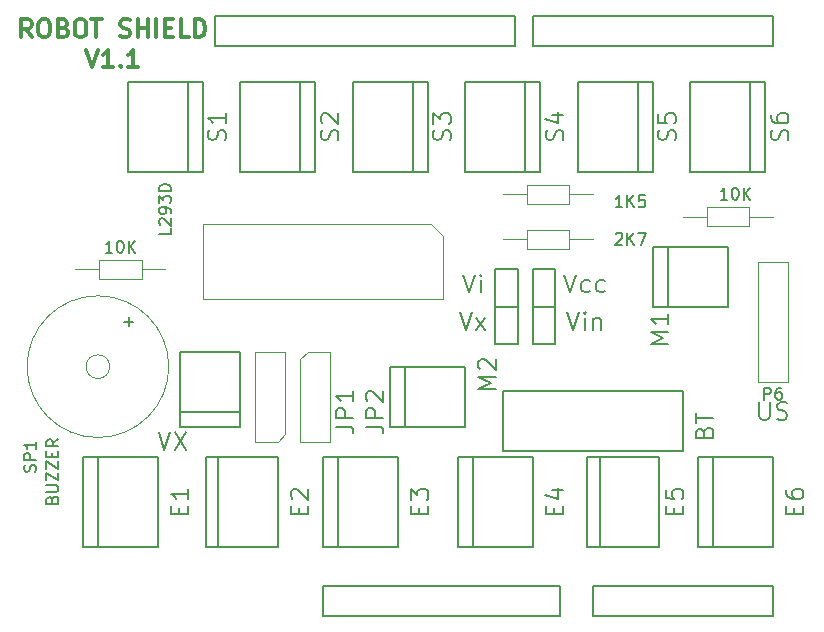
<source format=gbr>
G04 #@! TF.FileFunction,Other,Fab,Top*
%FSLAX46Y46*%
G04 Gerber Fmt 4.6, Leading zero omitted, Abs format (unit mm)*
G04 Created by KiCad (PCBNEW 4.0.4-stable) date 06/07/18 19:23:55*
%MOMM*%
%LPD*%
G01*
G04 APERTURE LIST*
%ADD10C,0.100000*%
%ADD11C,0.200000*%
%ADD12C,0.150000*%
%ADD13C,0.300000*%
G04 APERTURE END LIST*
D10*
D11*
X129540000Y-85090000D02*
X129540000Y-92710000D01*
X124460000Y-92710000D02*
X124460000Y-85090000D01*
X130810000Y-92710000D02*
X124460000Y-92710000D01*
X130810000Y-85090000D02*
X130810000Y-92710000D01*
X124460000Y-85090000D02*
X130810000Y-85090000D01*
X139065000Y-85090000D02*
X139065000Y-92710000D01*
X133985000Y-92710000D02*
X133985000Y-85090000D01*
X140335000Y-92710000D02*
X133985000Y-92710000D01*
X140335000Y-85090000D02*
X140335000Y-92710000D01*
X133985000Y-85090000D02*
X140335000Y-85090000D01*
X148590000Y-85090000D02*
X148590000Y-92710000D01*
X143510000Y-92710000D02*
X143510000Y-85090000D01*
X149860000Y-92710000D02*
X143510000Y-92710000D01*
X149860000Y-85090000D02*
X149860000Y-92710000D01*
X143510000Y-85090000D02*
X149860000Y-85090000D01*
X158115000Y-85090000D02*
X158115000Y-92710000D01*
X153035000Y-92710000D02*
X153035000Y-85090000D01*
X159385000Y-92710000D02*
X153035000Y-92710000D01*
X159385000Y-85090000D02*
X159385000Y-92710000D01*
X153035000Y-85090000D02*
X159385000Y-85090000D01*
X167640000Y-85090000D02*
X167640000Y-92710000D01*
X162560000Y-92710000D02*
X162560000Y-85090000D01*
X168910000Y-92710000D02*
X162560000Y-92710000D01*
X168910000Y-85090000D02*
X168910000Y-92710000D01*
X162560000Y-85090000D02*
X168910000Y-85090000D01*
X177165000Y-85090000D02*
X177165000Y-92710000D01*
X172085000Y-92710000D02*
X172085000Y-85090000D01*
X178435000Y-92710000D02*
X172085000Y-92710000D01*
X178435000Y-85090000D02*
X178435000Y-92710000D01*
X172085000Y-85090000D02*
X178435000Y-85090000D01*
D12*
X161409286Y-101413571D02*
X161909286Y-102913571D01*
X162409286Y-101413571D01*
X163552143Y-102842143D02*
X163409286Y-102913571D01*
X163123572Y-102913571D01*
X162980714Y-102842143D01*
X162909286Y-102770714D01*
X162837857Y-102627857D01*
X162837857Y-102199286D01*
X162909286Y-102056429D01*
X162980714Y-101985000D01*
X163123572Y-101913571D01*
X163409286Y-101913571D01*
X163552143Y-101985000D01*
X164837857Y-102842143D02*
X164695000Y-102913571D01*
X164409286Y-102913571D01*
X164266428Y-102842143D01*
X164195000Y-102770714D01*
X164123571Y-102627857D01*
X164123571Y-102199286D01*
X164195000Y-102056429D01*
X164266428Y-101985000D01*
X164409286Y-101913571D01*
X164695000Y-101913571D01*
X164837857Y-101985000D01*
X161659286Y-104588571D02*
X162159286Y-106088571D01*
X162659286Y-104588571D01*
X163159286Y-106088571D02*
X163159286Y-105088571D01*
X163159286Y-104588571D02*
X163087857Y-104660000D01*
X163159286Y-104731429D01*
X163230714Y-104660000D01*
X163159286Y-104588571D01*
X163159286Y-104731429D01*
X163873572Y-105088571D02*
X163873572Y-106088571D01*
X163873572Y-105231429D02*
X163945000Y-105160000D01*
X164087858Y-105088571D01*
X164302143Y-105088571D01*
X164445000Y-105160000D01*
X164516429Y-105302857D01*
X164516429Y-106088571D01*
X152812857Y-101413571D02*
X153312857Y-102913571D01*
X153812857Y-101413571D01*
X154312857Y-102913571D02*
X154312857Y-101913571D01*
X154312857Y-101413571D02*
X154241428Y-101485000D01*
X154312857Y-101556429D01*
X154384285Y-101485000D01*
X154312857Y-101413571D01*
X154312857Y-101556429D01*
X152562857Y-104588571D02*
X153062857Y-106088571D01*
X153562857Y-104588571D01*
X153920000Y-106088571D02*
X154705714Y-105088571D01*
X153920000Y-105088571D02*
X154705714Y-106088571D01*
D11*
X158750000Y-104140000D02*
X160655000Y-104140000D01*
X155575000Y-104140000D02*
X157480000Y-104140000D01*
X160655000Y-100965000D02*
X158750000Y-100965000D01*
X160655000Y-107315000D02*
X160655000Y-100965000D01*
X158750000Y-107315000D02*
X160655000Y-107315000D01*
X158750000Y-100965000D02*
X158750000Y-107315000D01*
X155575000Y-100965000D02*
X155575000Y-101600000D01*
X157480000Y-100965000D02*
X155575000Y-100965000D01*
X157480000Y-107315000D02*
X157480000Y-100965000D01*
X155575000Y-107315000D02*
X157480000Y-107315000D01*
X155575000Y-101600000D02*
X155575000Y-107315000D01*
X128905000Y-113030000D02*
X133985000Y-113030000D01*
X128905000Y-114300000D02*
X128905000Y-107950000D01*
X133985000Y-114300000D02*
X128905000Y-114300000D01*
X133985000Y-107950000D02*
X133985000Y-114300000D01*
X128905000Y-107950000D02*
X133985000Y-107950000D01*
X121920000Y-116840000D02*
X121920000Y-124460000D01*
X132080000Y-116840000D02*
X132080000Y-124460000D01*
X142240000Y-116840000D02*
X142240000Y-124460000D01*
X153670000Y-116840000D02*
X153670000Y-124460000D01*
X164465000Y-116840000D02*
X164465000Y-124460000D01*
X173990000Y-116840000D02*
X173990000Y-124460000D01*
X170180000Y-99060000D02*
X170180000Y-104140000D01*
X168910000Y-104140000D02*
X168910000Y-99060000D01*
X175260000Y-104140000D02*
X168910000Y-104140000D01*
X175260000Y-99060000D02*
X175260000Y-104140000D01*
X168910000Y-99060000D02*
X175260000Y-99060000D01*
X147955000Y-109220000D02*
X147955000Y-114300000D01*
X146685000Y-114300000D02*
X146685000Y-109220000D01*
X153035000Y-114300000D02*
X146685000Y-114300000D01*
X153035000Y-109220000D02*
X153035000Y-114300000D01*
X146685000Y-109220000D02*
X153035000Y-109220000D01*
X120650000Y-124460000D02*
X120650000Y-116840000D01*
X127000000Y-124460000D02*
X120650000Y-124460000D01*
X127000000Y-116840000D02*
X127000000Y-124460000D01*
X120650000Y-116840000D02*
X127000000Y-116840000D01*
X163830000Y-130302000D02*
X163830000Y-127762000D01*
X179070000Y-130302000D02*
X163830000Y-130302000D01*
X179070000Y-127762000D02*
X179070000Y-130302000D01*
X163830000Y-127762000D02*
X179070000Y-127762000D01*
X140970000Y-130302000D02*
X140970000Y-127762000D01*
X161036000Y-130302000D02*
X140970000Y-130302000D01*
X161036000Y-127762000D02*
X161036000Y-130302000D01*
X140970000Y-127762000D02*
X161036000Y-127762000D01*
X131064000Y-116840000D02*
X137160000Y-116840000D01*
X131064000Y-124460000D02*
X131064000Y-116840000D01*
X137160000Y-124460000D02*
X131064000Y-124460000D01*
X137160000Y-116840000D02*
X137160000Y-124460000D01*
X140970000Y-124460000D02*
X140970000Y-116840000D01*
X147320000Y-124460000D02*
X140970000Y-124460000D01*
X147320000Y-116840000D02*
X147320000Y-124460000D01*
X140970000Y-116840000D02*
X147320000Y-116840000D01*
X172720000Y-124460000D02*
X172720000Y-116840000D01*
X179070000Y-124460000D02*
X172720000Y-124460000D01*
X179070000Y-116840000D02*
X179070000Y-124460000D01*
X172720000Y-116840000D02*
X179070000Y-116840000D01*
X163322000Y-124460000D02*
X163322000Y-116840000D01*
X169418000Y-124460000D02*
X163322000Y-124460000D01*
X169418000Y-116840000D02*
X169418000Y-124460000D01*
X163322000Y-116840000D02*
X169418000Y-116840000D01*
X152400000Y-124460000D02*
X152400000Y-116840000D01*
X158750000Y-124460000D02*
X152400000Y-124460000D01*
X158750000Y-116840000D02*
X158750000Y-124460000D01*
X152400000Y-116840000D02*
X158750000Y-116840000D01*
X156210000Y-111252000D02*
X156464000Y-111252000D01*
X156210000Y-116332000D02*
X156210000Y-111252000D01*
X171450000Y-116332000D02*
X156210000Y-116332000D01*
X171450000Y-111252000D02*
X171450000Y-116332000D01*
X156464000Y-111252000D02*
X171450000Y-111252000D01*
X131826000Y-82042000D02*
X157226000Y-82042000D01*
X131826000Y-79502000D02*
X131826000Y-82042000D01*
X157226000Y-79502000D02*
X131826000Y-79502000D01*
X157226000Y-82042000D02*
X157226000Y-79502000D01*
X158750000Y-79502000D02*
X179070000Y-79502000D01*
X158750000Y-82042000D02*
X158750000Y-79502000D01*
X179070000Y-82042000D02*
X158750000Y-82042000D01*
X179070000Y-79502000D02*
X179070000Y-82042000D01*
D13*
X116297143Y-81318571D02*
X115797143Y-80604286D01*
X115440000Y-81318571D02*
X115440000Y-79818571D01*
X116011428Y-79818571D01*
X116154286Y-79890000D01*
X116225714Y-79961429D01*
X116297143Y-80104286D01*
X116297143Y-80318571D01*
X116225714Y-80461429D01*
X116154286Y-80532857D01*
X116011428Y-80604286D01*
X115440000Y-80604286D01*
X117225714Y-79818571D02*
X117511428Y-79818571D01*
X117654286Y-79890000D01*
X117797143Y-80032857D01*
X117868571Y-80318571D01*
X117868571Y-80818571D01*
X117797143Y-81104286D01*
X117654286Y-81247143D01*
X117511428Y-81318571D01*
X117225714Y-81318571D01*
X117082857Y-81247143D01*
X116940000Y-81104286D01*
X116868571Y-80818571D01*
X116868571Y-80318571D01*
X116940000Y-80032857D01*
X117082857Y-79890000D01*
X117225714Y-79818571D01*
X119011429Y-80532857D02*
X119225715Y-80604286D01*
X119297143Y-80675714D01*
X119368572Y-80818571D01*
X119368572Y-81032857D01*
X119297143Y-81175714D01*
X119225715Y-81247143D01*
X119082857Y-81318571D01*
X118511429Y-81318571D01*
X118511429Y-79818571D01*
X119011429Y-79818571D01*
X119154286Y-79890000D01*
X119225715Y-79961429D01*
X119297143Y-80104286D01*
X119297143Y-80247143D01*
X119225715Y-80390000D01*
X119154286Y-80461429D01*
X119011429Y-80532857D01*
X118511429Y-80532857D01*
X120297143Y-79818571D02*
X120582857Y-79818571D01*
X120725715Y-79890000D01*
X120868572Y-80032857D01*
X120940000Y-80318571D01*
X120940000Y-80818571D01*
X120868572Y-81104286D01*
X120725715Y-81247143D01*
X120582857Y-81318571D01*
X120297143Y-81318571D01*
X120154286Y-81247143D01*
X120011429Y-81104286D01*
X119940000Y-80818571D01*
X119940000Y-80318571D01*
X120011429Y-80032857D01*
X120154286Y-79890000D01*
X120297143Y-79818571D01*
X121368572Y-79818571D02*
X122225715Y-79818571D01*
X121797144Y-81318571D02*
X121797144Y-79818571D01*
X123797143Y-81247143D02*
X124011429Y-81318571D01*
X124368572Y-81318571D01*
X124511429Y-81247143D01*
X124582858Y-81175714D01*
X124654286Y-81032857D01*
X124654286Y-80890000D01*
X124582858Y-80747143D01*
X124511429Y-80675714D01*
X124368572Y-80604286D01*
X124082858Y-80532857D01*
X123940000Y-80461429D01*
X123868572Y-80390000D01*
X123797143Y-80247143D01*
X123797143Y-80104286D01*
X123868572Y-79961429D01*
X123940000Y-79890000D01*
X124082858Y-79818571D01*
X124440000Y-79818571D01*
X124654286Y-79890000D01*
X125297143Y-81318571D02*
X125297143Y-79818571D01*
X125297143Y-80532857D02*
X126154286Y-80532857D01*
X126154286Y-81318571D02*
X126154286Y-79818571D01*
X126868572Y-81318571D02*
X126868572Y-79818571D01*
X127582858Y-80532857D02*
X128082858Y-80532857D01*
X128297144Y-81318571D02*
X127582858Y-81318571D01*
X127582858Y-79818571D01*
X128297144Y-79818571D01*
X129654287Y-81318571D02*
X128940001Y-81318571D01*
X128940001Y-79818571D01*
X130154287Y-81318571D02*
X130154287Y-79818571D01*
X130511430Y-79818571D01*
X130725715Y-79890000D01*
X130868573Y-80032857D01*
X130940001Y-80175714D01*
X131011430Y-80461429D01*
X131011430Y-80675714D01*
X130940001Y-80961429D01*
X130868573Y-81104286D01*
X130725715Y-81247143D01*
X130511430Y-81318571D01*
X130154287Y-81318571D01*
X120904286Y-82368571D02*
X121404286Y-83868571D01*
X121904286Y-82368571D01*
X123190000Y-83868571D02*
X122332857Y-83868571D01*
X122761429Y-83868571D02*
X122761429Y-82368571D01*
X122618572Y-82582857D01*
X122475714Y-82725714D01*
X122332857Y-82797143D01*
X123832857Y-83725714D02*
X123904285Y-83797143D01*
X123832857Y-83868571D01*
X123761428Y-83797143D01*
X123832857Y-83725714D01*
X123832857Y-83868571D01*
X125332857Y-83868571D02*
X124475714Y-83868571D01*
X124904286Y-83868571D02*
X124904286Y-82368571D01*
X124761429Y-82582857D01*
X124618571Y-82725714D01*
X124475714Y-82797143D01*
D10*
X151130000Y-98155000D02*
X151130000Y-103505000D01*
X151130000Y-103505000D02*
X130810000Y-103505000D01*
X130810000Y-103505000D02*
X130810000Y-97155000D01*
X130810000Y-97155000D02*
X150130000Y-97155000D01*
X150130000Y-97155000D02*
X151130000Y-98155000D01*
X127920000Y-109210000D02*
G75*
G03X127920000Y-109210000I-6000000J0D01*
G01*
X122920000Y-109210000D02*
G75*
G03X122920000Y-109210000I-1000000J0D01*
G01*
X180340000Y-110490000D02*
X180340000Y-100330000D01*
X180340000Y-100330000D02*
X177800000Y-100330000D01*
X177800000Y-100330000D02*
X177800000Y-110490000D01*
X177800000Y-110490000D02*
X180340000Y-110490000D01*
X158220000Y-97625000D02*
X158220000Y-99225000D01*
X158220000Y-99225000D02*
X161820000Y-99225000D01*
X161820000Y-99225000D02*
X161820000Y-97625000D01*
X161820000Y-97625000D02*
X158220000Y-97625000D01*
X156210000Y-98425000D02*
X158220000Y-98425000D01*
X163830000Y-98425000D02*
X161820000Y-98425000D01*
X161820000Y-95415000D02*
X161820000Y-93815000D01*
X161820000Y-93815000D02*
X158220000Y-93815000D01*
X158220000Y-93815000D02*
X158220000Y-95415000D01*
X158220000Y-95415000D02*
X161820000Y-95415000D01*
X163830000Y-94615000D02*
X161820000Y-94615000D01*
X156210000Y-94615000D02*
X158220000Y-94615000D01*
X173460000Y-95720000D02*
X173460000Y-97320000D01*
X173460000Y-97320000D02*
X177060000Y-97320000D01*
X177060000Y-97320000D02*
X177060000Y-95720000D01*
X177060000Y-95720000D02*
X173460000Y-95720000D01*
X171450000Y-96520000D02*
X173460000Y-96520000D01*
X179070000Y-96520000D02*
X177060000Y-96520000D01*
X125625000Y-101765000D02*
X125625000Y-100165000D01*
X125625000Y-100165000D02*
X122025000Y-100165000D01*
X122025000Y-100165000D02*
X122025000Y-101765000D01*
X122025000Y-101765000D02*
X125625000Y-101765000D01*
X127635000Y-100965000D02*
X125625000Y-100965000D01*
X120015000Y-100965000D02*
X122025000Y-100965000D01*
X139700000Y-107950000D02*
X141605000Y-107950000D01*
X141605000Y-107950000D02*
X141605000Y-115570000D01*
X141605000Y-115570000D02*
X139065000Y-115570000D01*
X139065000Y-115570000D02*
X139065000Y-108585000D01*
X139065000Y-108585000D02*
X139700000Y-107950000D01*
X137160000Y-115570000D02*
X135255000Y-115570000D01*
X135255000Y-115570000D02*
X135255000Y-107950000D01*
X135255000Y-107950000D02*
X137795000Y-107950000D01*
X137795000Y-107950000D02*
X137795000Y-114935000D01*
X137795000Y-114935000D02*
X137160000Y-115570000D01*
D12*
X170223571Y-107259285D02*
X168723571Y-107259285D01*
X169795000Y-106759285D01*
X168723571Y-106259285D01*
X170223571Y-106259285D01*
X170223571Y-104759285D02*
X170223571Y-105616428D01*
X170223571Y-105187856D02*
X168723571Y-105187856D01*
X168937857Y-105330713D01*
X169080714Y-105473571D01*
X169152143Y-105616428D01*
X155618571Y-111069285D02*
X154118571Y-111069285D01*
X155190000Y-110569285D01*
X154118571Y-110069285D01*
X155618571Y-110069285D01*
X154261429Y-109426428D02*
X154190000Y-109354999D01*
X154118571Y-109212142D01*
X154118571Y-108854999D01*
X154190000Y-108712142D01*
X154261429Y-108640713D01*
X154404286Y-108569285D01*
X154547143Y-108569285D01*
X154761429Y-108640713D01*
X155618571Y-109497856D01*
X155618571Y-108569285D01*
X128087381Y-97504047D02*
X128087381Y-97980238D01*
X127087381Y-97980238D01*
X127182619Y-97218333D02*
X127135000Y-97170714D01*
X127087381Y-97075476D01*
X127087381Y-96837380D01*
X127135000Y-96742142D01*
X127182619Y-96694523D01*
X127277857Y-96646904D01*
X127373095Y-96646904D01*
X127515952Y-96694523D01*
X128087381Y-97265952D01*
X128087381Y-96646904D01*
X128087381Y-96170714D02*
X128087381Y-95980238D01*
X128039762Y-95884999D01*
X127992143Y-95837380D01*
X127849286Y-95742142D01*
X127658810Y-95694523D01*
X127277857Y-95694523D01*
X127182619Y-95742142D01*
X127135000Y-95789761D01*
X127087381Y-95884999D01*
X127087381Y-96075476D01*
X127135000Y-96170714D01*
X127182619Y-96218333D01*
X127277857Y-96265952D01*
X127515952Y-96265952D01*
X127611190Y-96218333D01*
X127658810Y-96170714D01*
X127706429Y-96075476D01*
X127706429Y-95884999D01*
X127658810Y-95789761D01*
X127611190Y-95742142D01*
X127515952Y-95694523D01*
X127087381Y-95361190D02*
X127087381Y-94742142D01*
X127468333Y-95075476D01*
X127468333Y-94932618D01*
X127515952Y-94837380D01*
X127563571Y-94789761D01*
X127658810Y-94742142D01*
X127896905Y-94742142D01*
X127992143Y-94789761D01*
X128039762Y-94837380D01*
X128087381Y-94932618D01*
X128087381Y-95218333D01*
X128039762Y-95313571D01*
X127992143Y-95361190D01*
X128087381Y-94313571D02*
X127087381Y-94313571D01*
X127087381Y-94075476D01*
X127135000Y-93932618D01*
X127230238Y-93837380D01*
X127325476Y-93789761D01*
X127515952Y-93742142D01*
X127658810Y-93742142D01*
X127849286Y-93789761D01*
X127944524Y-93837380D01*
X128039762Y-93932618D01*
X128087381Y-94075476D01*
X128087381Y-94313571D01*
X118038571Y-120467142D02*
X118086190Y-120324285D01*
X118133810Y-120276666D01*
X118229048Y-120229047D01*
X118371905Y-120229047D01*
X118467143Y-120276666D01*
X118514762Y-120324285D01*
X118562381Y-120419523D01*
X118562381Y-120800476D01*
X117562381Y-120800476D01*
X117562381Y-120467142D01*
X117610000Y-120371904D01*
X117657619Y-120324285D01*
X117752857Y-120276666D01*
X117848095Y-120276666D01*
X117943333Y-120324285D01*
X117990952Y-120371904D01*
X118038571Y-120467142D01*
X118038571Y-120800476D01*
X117562381Y-119800476D02*
X118371905Y-119800476D01*
X118467143Y-119752857D01*
X118514762Y-119705238D01*
X118562381Y-119610000D01*
X118562381Y-119419523D01*
X118514762Y-119324285D01*
X118467143Y-119276666D01*
X118371905Y-119229047D01*
X117562381Y-119229047D01*
X117562381Y-118848095D02*
X117562381Y-118181428D01*
X118562381Y-118848095D01*
X118562381Y-118181428D01*
X117562381Y-117895714D02*
X117562381Y-117229047D01*
X118562381Y-117895714D01*
X118562381Y-117229047D01*
X118038571Y-116848095D02*
X118038571Y-116514761D01*
X118562381Y-116371904D02*
X118562381Y-116848095D01*
X117562381Y-116848095D01*
X117562381Y-116371904D01*
X118562381Y-115371904D02*
X118086190Y-115705238D01*
X118562381Y-115943333D02*
X117562381Y-115943333D01*
X117562381Y-115562380D01*
X117610000Y-115467142D01*
X117657619Y-115419523D01*
X117752857Y-115371904D01*
X117895714Y-115371904D01*
X117990952Y-115419523D01*
X118038571Y-115467142D01*
X118086190Y-115562380D01*
X118086190Y-115943333D01*
X124531429Y-105780952D02*
X124531429Y-105019047D01*
X124912381Y-105399999D02*
X124150476Y-105399999D01*
X116609762Y-118101905D02*
X116657381Y-117959048D01*
X116657381Y-117720952D01*
X116609762Y-117625714D01*
X116562143Y-117578095D01*
X116466905Y-117530476D01*
X116371667Y-117530476D01*
X116276429Y-117578095D01*
X116228810Y-117625714D01*
X116181190Y-117720952D01*
X116133571Y-117911429D01*
X116085952Y-118006667D01*
X116038333Y-118054286D01*
X115943095Y-118101905D01*
X115847857Y-118101905D01*
X115752619Y-118054286D01*
X115705000Y-118006667D01*
X115657381Y-117911429D01*
X115657381Y-117673333D01*
X115705000Y-117530476D01*
X116657381Y-117101905D02*
X115657381Y-117101905D01*
X115657381Y-116720952D01*
X115705000Y-116625714D01*
X115752619Y-116578095D01*
X115847857Y-116530476D01*
X115990714Y-116530476D01*
X116085952Y-116578095D01*
X116133571Y-116625714D01*
X116181190Y-116720952D01*
X116181190Y-117101905D01*
X116657381Y-115578095D02*
X116657381Y-116149524D01*
X116657381Y-115863810D02*
X115657381Y-115863810D01*
X115800238Y-115959048D01*
X115895476Y-116054286D01*
X115943095Y-116149524D01*
X177927143Y-112208571D02*
X177927143Y-113422857D01*
X177998571Y-113565714D01*
X178070000Y-113637143D01*
X178212857Y-113708571D01*
X178498571Y-113708571D01*
X178641429Y-113637143D01*
X178712857Y-113565714D01*
X178784286Y-113422857D01*
X178784286Y-112208571D01*
X179427143Y-113637143D02*
X179641429Y-113708571D01*
X179998572Y-113708571D01*
X180141429Y-113637143D01*
X180212858Y-113565714D01*
X180284286Y-113422857D01*
X180284286Y-113280000D01*
X180212858Y-113137143D01*
X180141429Y-113065714D01*
X179998572Y-112994286D01*
X179712858Y-112922857D01*
X179570000Y-112851429D01*
X179498572Y-112780000D01*
X179427143Y-112637143D01*
X179427143Y-112494286D01*
X179498572Y-112351429D01*
X179570000Y-112280000D01*
X179712858Y-112208571D01*
X180070000Y-112208571D01*
X180284286Y-112280000D01*
X178331905Y-112002381D02*
X178331905Y-111002381D01*
X178712858Y-111002381D01*
X178808096Y-111050000D01*
X178855715Y-111097619D01*
X178903334Y-111192857D01*
X178903334Y-111335714D01*
X178855715Y-111430952D01*
X178808096Y-111478571D01*
X178712858Y-111526190D01*
X178331905Y-111526190D01*
X179760477Y-111002381D02*
X179570000Y-111002381D01*
X179474762Y-111050000D01*
X179427143Y-111097619D01*
X179331905Y-111240476D01*
X179284286Y-111430952D01*
X179284286Y-111811905D01*
X179331905Y-111907143D01*
X179379524Y-111954762D01*
X179474762Y-112002381D01*
X179665239Y-112002381D01*
X179760477Y-111954762D01*
X179808096Y-111907143D01*
X179855715Y-111811905D01*
X179855715Y-111573810D01*
X179808096Y-111478571D01*
X179760477Y-111430952D01*
X179665239Y-111383333D01*
X179474762Y-111383333D01*
X179379524Y-111430952D01*
X179331905Y-111478571D01*
X179284286Y-111573810D01*
X173247857Y-114764285D02*
X173319286Y-114549999D01*
X173390714Y-114478571D01*
X173533571Y-114407142D01*
X173747857Y-114407142D01*
X173890714Y-114478571D01*
X173962143Y-114549999D01*
X174033571Y-114692857D01*
X174033571Y-115264285D01*
X172533571Y-115264285D01*
X172533571Y-114764285D01*
X172605000Y-114621428D01*
X172676429Y-114549999D01*
X172819286Y-114478571D01*
X172962143Y-114478571D01*
X173105000Y-114549999D01*
X173176429Y-114621428D01*
X173247857Y-114764285D01*
X173247857Y-115264285D01*
X172533571Y-113978571D02*
X172533571Y-113121428D01*
X174033571Y-113549999D02*
X172533571Y-113549999D01*
X165743095Y-97972619D02*
X165790714Y-97925000D01*
X165885952Y-97877381D01*
X166124048Y-97877381D01*
X166219286Y-97925000D01*
X166266905Y-97972619D01*
X166314524Y-98067857D01*
X166314524Y-98163095D01*
X166266905Y-98305952D01*
X165695476Y-98877381D01*
X166314524Y-98877381D01*
X166743095Y-98877381D02*
X166743095Y-97877381D01*
X167314524Y-98877381D02*
X166885952Y-98305952D01*
X167314524Y-97877381D02*
X166743095Y-98448810D01*
X167647857Y-97877381D02*
X168314524Y-97877381D01*
X167885952Y-98877381D01*
X166314524Y-95702381D02*
X165743095Y-95702381D01*
X166028809Y-95702381D02*
X166028809Y-94702381D01*
X165933571Y-94845238D01*
X165838333Y-94940476D01*
X165743095Y-94988095D01*
X166743095Y-95702381D02*
X166743095Y-94702381D01*
X167314524Y-95702381D02*
X166885952Y-95130952D01*
X167314524Y-94702381D02*
X166743095Y-95273810D01*
X168219286Y-94702381D02*
X167743095Y-94702381D01*
X167695476Y-95178571D01*
X167743095Y-95130952D01*
X167838333Y-95083333D01*
X168076429Y-95083333D01*
X168171667Y-95130952D01*
X168219286Y-95178571D01*
X168266905Y-95273810D01*
X168266905Y-95511905D01*
X168219286Y-95607143D01*
X168171667Y-95654762D01*
X168076429Y-95702381D01*
X167838333Y-95702381D01*
X167743095Y-95654762D01*
X167695476Y-95607143D01*
X128797857Y-121685714D02*
X128797857Y-121185714D01*
X129583571Y-120971428D02*
X129583571Y-121685714D01*
X128083571Y-121685714D01*
X128083571Y-120971428D01*
X129583571Y-119542857D02*
X129583571Y-120400000D01*
X129583571Y-119971428D02*
X128083571Y-119971428D01*
X128297857Y-120114285D01*
X128440714Y-120257143D01*
X128512143Y-120400000D01*
X138957857Y-121685714D02*
X138957857Y-121185714D01*
X139743571Y-120971428D02*
X139743571Y-121685714D01*
X138243571Y-121685714D01*
X138243571Y-120971428D01*
X138386429Y-120400000D02*
X138315000Y-120328571D01*
X138243571Y-120185714D01*
X138243571Y-119828571D01*
X138315000Y-119685714D01*
X138386429Y-119614285D01*
X138529286Y-119542857D01*
X138672143Y-119542857D01*
X138886429Y-119614285D01*
X139743571Y-120471428D01*
X139743571Y-119542857D01*
X149117857Y-121685714D02*
X149117857Y-121185714D01*
X149903571Y-120971428D02*
X149903571Y-121685714D01*
X148403571Y-121685714D01*
X148403571Y-120971428D01*
X148403571Y-120471428D02*
X148403571Y-119542857D01*
X148975000Y-120042857D01*
X148975000Y-119828571D01*
X149046429Y-119685714D01*
X149117857Y-119614285D01*
X149260714Y-119542857D01*
X149617857Y-119542857D01*
X149760714Y-119614285D01*
X149832143Y-119685714D01*
X149903571Y-119828571D01*
X149903571Y-120257143D01*
X149832143Y-120400000D01*
X149760714Y-120471428D01*
X160547857Y-121685714D02*
X160547857Y-121185714D01*
X161333571Y-120971428D02*
X161333571Y-121685714D01*
X159833571Y-121685714D01*
X159833571Y-120971428D01*
X160333571Y-119685714D02*
X161333571Y-119685714D01*
X159762143Y-120042857D02*
X160833571Y-120400000D01*
X160833571Y-119471428D01*
X170707857Y-121685714D02*
X170707857Y-121185714D01*
X171493571Y-120971428D02*
X171493571Y-121685714D01*
X169993571Y-121685714D01*
X169993571Y-120971428D01*
X169993571Y-119614285D02*
X169993571Y-120328571D01*
X170707857Y-120400000D01*
X170636429Y-120328571D01*
X170565000Y-120185714D01*
X170565000Y-119828571D01*
X170636429Y-119685714D01*
X170707857Y-119614285D01*
X170850714Y-119542857D01*
X171207857Y-119542857D01*
X171350714Y-119614285D01*
X171422143Y-119685714D01*
X171493571Y-119828571D01*
X171493571Y-120185714D01*
X171422143Y-120328571D01*
X171350714Y-120400000D01*
X180867857Y-121685714D02*
X180867857Y-121185714D01*
X181653571Y-120971428D02*
X181653571Y-121685714D01*
X180153571Y-121685714D01*
X180153571Y-120971428D01*
X180153571Y-119685714D02*
X180153571Y-119971428D01*
X180225000Y-120114285D01*
X180296429Y-120185714D01*
X180510714Y-120328571D01*
X180796429Y-120400000D01*
X181367857Y-120400000D01*
X181510714Y-120328571D01*
X181582143Y-120257143D01*
X181653571Y-120114285D01*
X181653571Y-119828571D01*
X181582143Y-119685714D01*
X181510714Y-119614285D01*
X181367857Y-119542857D01*
X181010714Y-119542857D01*
X180867857Y-119614285D01*
X180796429Y-119685714D01*
X180725000Y-119828571D01*
X180725000Y-120114285D01*
X180796429Y-120257143D01*
X180867857Y-120328571D01*
X181010714Y-120400000D01*
X175204524Y-95067381D02*
X174633095Y-95067381D01*
X174918809Y-95067381D02*
X174918809Y-94067381D01*
X174823571Y-94210238D01*
X174728333Y-94305476D01*
X174633095Y-94353095D01*
X175823571Y-94067381D02*
X175918810Y-94067381D01*
X176014048Y-94115000D01*
X176061667Y-94162619D01*
X176109286Y-94257857D01*
X176156905Y-94448333D01*
X176156905Y-94686429D01*
X176109286Y-94876905D01*
X176061667Y-94972143D01*
X176014048Y-95019762D01*
X175918810Y-95067381D01*
X175823571Y-95067381D01*
X175728333Y-95019762D01*
X175680714Y-94972143D01*
X175633095Y-94876905D01*
X175585476Y-94686429D01*
X175585476Y-94448333D01*
X175633095Y-94257857D01*
X175680714Y-94162619D01*
X175728333Y-94115000D01*
X175823571Y-94067381D01*
X176585476Y-95067381D02*
X176585476Y-94067381D01*
X177156905Y-95067381D02*
X176728333Y-94495952D01*
X177156905Y-94067381D02*
X176585476Y-94638810D01*
X123134524Y-99557381D02*
X122563095Y-99557381D01*
X122848809Y-99557381D02*
X122848809Y-98557381D01*
X122753571Y-98700238D01*
X122658333Y-98795476D01*
X122563095Y-98843095D01*
X123753571Y-98557381D02*
X123848810Y-98557381D01*
X123944048Y-98605000D01*
X123991667Y-98652619D01*
X124039286Y-98747857D01*
X124086905Y-98938333D01*
X124086905Y-99176429D01*
X124039286Y-99366905D01*
X123991667Y-99462143D01*
X123944048Y-99509762D01*
X123848810Y-99557381D01*
X123753571Y-99557381D01*
X123658333Y-99509762D01*
X123610714Y-99462143D01*
X123563095Y-99366905D01*
X123515476Y-99176429D01*
X123515476Y-98938333D01*
X123563095Y-98747857D01*
X123610714Y-98652619D01*
X123658333Y-98605000D01*
X123753571Y-98557381D01*
X124515476Y-99557381D02*
X124515476Y-98557381D01*
X125086905Y-99557381D02*
X124658333Y-98985952D01*
X125086905Y-98557381D02*
X124515476Y-99128810D01*
X161262143Y-90042857D02*
X161333571Y-89828571D01*
X161333571Y-89471428D01*
X161262143Y-89328571D01*
X161190714Y-89257142D01*
X161047857Y-89185714D01*
X160905000Y-89185714D01*
X160762143Y-89257142D01*
X160690714Y-89328571D01*
X160619286Y-89471428D01*
X160547857Y-89757142D01*
X160476429Y-89900000D01*
X160405000Y-89971428D01*
X160262143Y-90042857D01*
X160119286Y-90042857D01*
X159976429Y-89971428D01*
X159905000Y-89900000D01*
X159833571Y-89757142D01*
X159833571Y-89400000D01*
X159905000Y-89185714D01*
X160333571Y-87900000D02*
X161333571Y-87900000D01*
X159762143Y-88257143D02*
X160833571Y-88614286D01*
X160833571Y-87685714D01*
X151737143Y-90042857D02*
X151808571Y-89828571D01*
X151808571Y-89471428D01*
X151737143Y-89328571D01*
X151665714Y-89257142D01*
X151522857Y-89185714D01*
X151380000Y-89185714D01*
X151237143Y-89257142D01*
X151165714Y-89328571D01*
X151094286Y-89471428D01*
X151022857Y-89757142D01*
X150951429Y-89900000D01*
X150880000Y-89971428D01*
X150737143Y-90042857D01*
X150594286Y-90042857D01*
X150451429Y-89971428D01*
X150380000Y-89900000D01*
X150308571Y-89757142D01*
X150308571Y-89400000D01*
X150380000Y-89185714D01*
X150308571Y-88685714D02*
X150308571Y-87757143D01*
X150880000Y-88257143D01*
X150880000Y-88042857D01*
X150951429Y-87900000D01*
X151022857Y-87828571D01*
X151165714Y-87757143D01*
X151522857Y-87757143D01*
X151665714Y-87828571D01*
X151737143Y-87900000D01*
X151808571Y-88042857D01*
X151808571Y-88471429D01*
X151737143Y-88614286D01*
X151665714Y-88685714D01*
X142212143Y-90042857D02*
X142283571Y-89828571D01*
X142283571Y-89471428D01*
X142212143Y-89328571D01*
X142140714Y-89257142D01*
X141997857Y-89185714D01*
X141855000Y-89185714D01*
X141712143Y-89257142D01*
X141640714Y-89328571D01*
X141569286Y-89471428D01*
X141497857Y-89757142D01*
X141426429Y-89900000D01*
X141355000Y-89971428D01*
X141212143Y-90042857D01*
X141069286Y-90042857D01*
X140926429Y-89971428D01*
X140855000Y-89900000D01*
X140783571Y-89757142D01*
X140783571Y-89400000D01*
X140855000Y-89185714D01*
X140926429Y-88614286D02*
X140855000Y-88542857D01*
X140783571Y-88400000D01*
X140783571Y-88042857D01*
X140855000Y-87900000D01*
X140926429Y-87828571D01*
X141069286Y-87757143D01*
X141212143Y-87757143D01*
X141426429Y-87828571D01*
X142283571Y-88685714D01*
X142283571Y-87757143D01*
X132687143Y-90042857D02*
X132758571Y-89828571D01*
X132758571Y-89471428D01*
X132687143Y-89328571D01*
X132615714Y-89257142D01*
X132472857Y-89185714D01*
X132330000Y-89185714D01*
X132187143Y-89257142D01*
X132115714Y-89328571D01*
X132044286Y-89471428D01*
X131972857Y-89757142D01*
X131901429Y-89900000D01*
X131830000Y-89971428D01*
X131687143Y-90042857D01*
X131544286Y-90042857D01*
X131401429Y-89971428D01*
X131330000Y-89900000D01*
X131258571Y-89757142D01*
X131258571Y-89400000D01*
X131330000Y-89185714D01*
X132758571Y-87757143D02*
X132758571Y-88614286D01*
X132758571Y-88185714D02*
X131258571Y-88185714D01*
X131472857Y-88328571D01*
X131615714Y-88471429D01*
X131687143Y-88614286D01*
X170787143Y-90042857D02*
X170858571Y-89828571D01*
X170858571Y-89471428D01*
X170787143Y-89328571D01*
X170715714Y-89257142D01*
X170572857Y-89185714D01*
X170430000Y-89185714D01*
X170287143Y-89257142D01*
X170215714Y-89328571D01*
X170144286Y-89471428D01*
X170072857Y-89757142D01*
X170001429Y-89900000D01*
X169930000Y-89971428D01*
X169787143Y-90042857D01*
X169644286Y-90042857D01*
X169501429Y-89971428D01*
X169430000Y-89900000D01*
X169358571Y-89757142D01*
X169358571Y-89400000D01*
X169430000Y-89185714D01*
X169358571Y-87828571D02*
X169358571Y-88542857D01*
X170072857Y-88614286D01*
X170001429Y-88542857D01*
X169930000Y-88400000D01*
X169930000Y-88042857D01*
X170001429Y-87900000D01*
X170072857Y-87828571D01*
X170215714Y-87757143D01*
X170572857Y-87757143D01*
X170715714Y-87828571D01*
X170787143Y-87900000D01*
X170858571Y-88042857D01*
X170858571Y-88400000D01*
X170787143Y-88542857D01*
X170715714Y-88614286D01*
X180312143Y-90042857D02*
X180383571Y-89828571D01*
X180383571Y-89471428D01*
X180312143Y-89328571D01*
X180240714Y-89257142D01*
X180097857Y-89185714D01*
X179955000Y-89185714D01*
X179812143Y-89257142D01*
X179740714Y-89328571D01*
X179669286Y-89471428D01*
X179597857Y-89757142D01*
X179526429Y-89900000D01*
X179455000Y-89971428D01*
X179312143Y-90042857D01*
X179169286Y-90042857D01*
X179026429Y-89971428D01*
X178955000Y-89900000D01*
X178883571Y-89757142D01*
X178883571Y-89400000D01*
X178955000Y-89185714D01*
X178883571Y-87900000D02*
X178883571Y-88185714D01*
X178955000Y-88328571D01*
X179026429Y-88400000D01*
X179240714Y-88542857D01*
X179526429Y-88614286D01*
X180097857Y-88614286D01*
X180240714Y-88542857D01*
X180312143Y-88471429D01*
X180383571Y-88328571D01*
X180383571Y-88042857D01*
X180312143Y-87900000D01*
X180240714Y-87828571D01*
X180097857Y-87757143D01*
X179740714Y-87757143D01*
X179597857Y-87828571D01*
X179526429Y-87900000D01*
X179455000Y-88042857D01*
X179455000Y-88328571D01*
X179526429Y-88471429D01*
X179597857Y-88542857D01*
X179740714Y-88614286D01*
X144593571Y-114280000D02*
X145665000Y-114280000D01*
X145879286Y-114351428D01*
X146022143Y-114494285D01*
X146093571Y-114708571D01*
X146093571Y-114851428D01*
X146093571Y-113565714D02*
X144593571Y-113565714D01*
X144593571Y-112994286D01*
X144665000Y-112851428D01*
X144736429Y-112780000D01*
X144879286Y-112708571D01*
X145093571Y-112708571D01*
X145236429Y-112780000D01*
X145307857Y-112851428D01*
X145379286Y-112994286D01*
X145379286Y-113565714D01*
X144736429Y-112137143D02*
X144665000Y-112065714D01*
X144593571Y-111922857D01*
X144593571Y-111565714D01*
X144665000Y-111422857D01*
X144736429Y-111351428D01*
X144879286Y-111280000D01*
X145022143Y-111280000D01*
X145236429Y-111351428D01*
X146093571Y-112208571D01*
X146093571Y-111280000D01*
X127055715Y-114748571D02*
X127555715Y-116248571D01*
X128055715Y-114748571D01*
X128412858Y-114748571D02*
X129412858Y-116248571D01*
X129412858Y-114748571D02*
X128412858Y-116248571D01*
X142053571Y-114280000D02*
X143125000Y-114280000D01*
X143339286Y-114351428D01*
X143482143Y-114494285D01*
X143553571Y-114708571D01*
X143553571Y-114851428D01*
X143553571Y-113565714D02*
X142053571Y-113565714D01*
X142053571Y-112994286D01*
X142125000Y-112851428D01*
X142196429Y-112780000D01*
X142339286Y-112708571D01*
X142553571Y-112708571D01*
X142696429Y-112780000D01*
X142767857Y-112851428D01*
X142839286Y-112994286D01*
X142839286Y-113565714D01*
X143553571Y-111280000D02*
X143553571Y-112137143D01*
X143553571Y-111708571D02*
X142053571Y-111708571D01*
X142267857Y-111851428D01*
X142410714Y-111994286D01*
X142482143Y-112137143D01*
M02*

</source>
